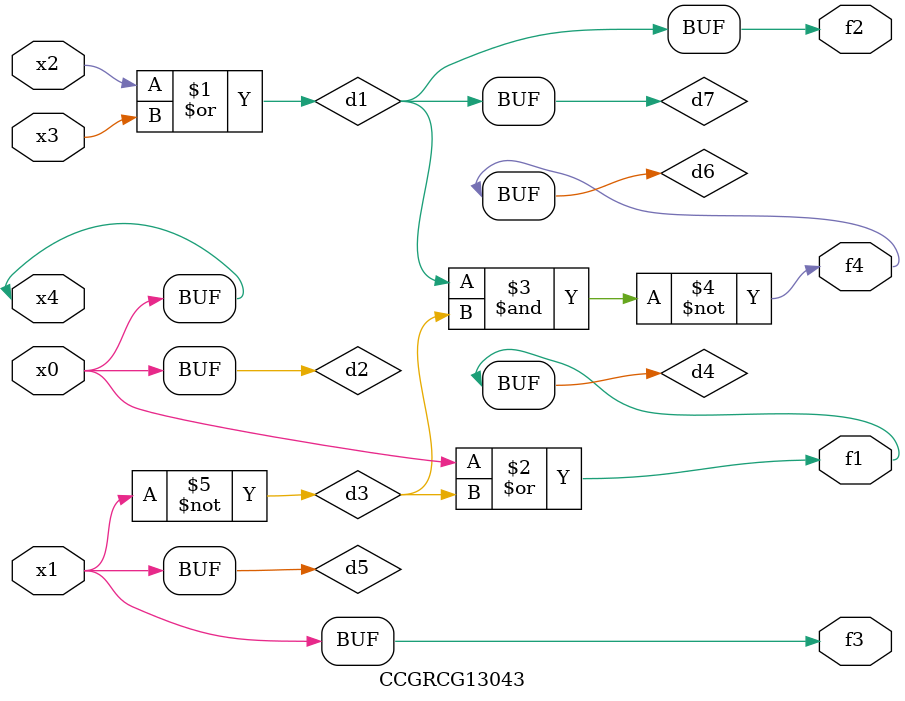
<source format=v>
module CCGRCG13043(
	input x0, x1, x2, x3, x4,
	output f1, f2, f3, f4
);

	wire d1, d2, d3, d4, d5, d6, d7;

	or (d1, x2, x3);
	buf (d2, x0, x4);
	not (d3, x1);
	or (d4, d2, d3);
	not (d5, d3);
	nand (d6, d1, d3);
	or (d7, d1);
	assign f1 = d4;
	assign f2 = d7;
	assign f3 = d5;
	assign f4 = d6;
endmodule

</source>
